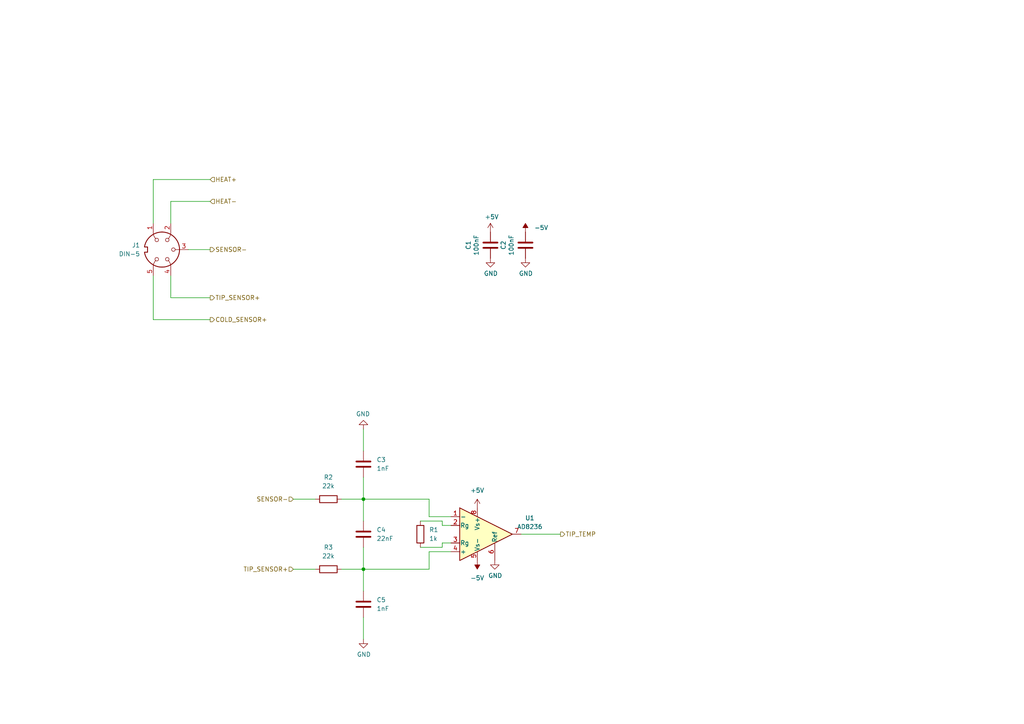
<source format=kicad_sch>
(kicad_sch (version 20211123) (generator eeschema)
  (paper "A4")
  (lib_symbols
    (symbol "Amplifier_Instrumentation:AD8236" (pin_names (offset 0.127))
      (property "Reference" "U" (at 3.81 7.62 0))
      (property "Value" "AD8236" (at 3.81 5.08 0))
      (symbol "AD8236_0_1"
        (polyline (pts (xy -7.62 7.62) (xy -7.62 -7.62) (xy 7.62 0) (xy -7.62 7.62)) (stroke (width 0.254)) (fill (type background)))
      )
      (symbol "AD8236_1_1"
        (pin input line (at -10.16 5.08 0) (length 2.54) (name "-") (number "1"))
        (pin passive line (at -10.16 2.54 0) (length 2.54) (name "Rg") (number "2"))
        (pin passive line (at -10.16 -2.54 0) (length 2.54) (name "Rg") (number "3"))
        (pin input line (at -10.16 -5.08 0) (length 2.54) (name "+") (number "4"))
        (pin power_in line (at -2.54 -7.62 90) (length 2.54) (name "Vs-") (number "5"))
        (pin passive line (at 2.54 -7.62 90) (length 5.08) (name "Ref") (number "6"))
        (pin output line (at 10.16 0 180) (length 2.54) (name "~") (number "7"))
        (pin power_in line (at -2.54 7.62 270) (length 2.54) (name "Vs+") (number "8"))
      )
    )
    (symbol "Connector:DIN-5" (pin_names (offset 1.016))
      (property "Reference" "J" (at 3.175 5.715 0))
      (property "Value" "DIN-5" (at 0 -6.35 0))
      (symbol "DIN-5_0_1"
        (arc (start -5.08 0) (mid -3.8597 -3.3379) (end -0.762 -5.08) (stroke (width 0.254)))
        (circle (center -2.794 -1.524) (radius 0.508))
        (circle (center -2.794 1.524) (radius 0.508))
        (polyline (pts (xy 0 5.08) (xy 0 3.81)))
        (polyline (pts (xy -5.08 -2.54) (xy -4.318 -2.54) (xy -3.175 -1.905)))
        (polyline (pts (xy -5.08 2.54) (xy -4.318 2.54) (xy -3.175 1.905)))
        (polyline (pts (xy 5.08 -2.54) (xy 4.318 -2.54) (xy 3.175 -1.905)))
        (polyline (pts (xy 5.08 2.54) (xy 4.318 2.54) (xy 3.175 1.905)))
        (polyline (pts (xy -0.762 -4.953) (xy -0.762 -4.191) (xy 0.762 -4.191) (xy 0.762 -4.953)) (stroke (width 0.254)))
        (circle (center 0 3.302) (radius 0.508))
        (arc (start 0.762 -5.08) (mid 3.8673 -3.3444) (end 5.08 0) (stroke (width 0.254)))
        (circle (center 2.794 -1.524) (radius 0.508))
        (circle (center 2.794 1.524) (radius 0.508))
        (arc (start 5.08 0) (mid 0 5.08) (end -5.08 0) (stroke (width 0.254)))
      )
      (symbol "DIN-5_1_1"
        (pin passive line (at -7.62 -2.54 0) (length 2.54) (name "~") (number "1"))
        (pin passive line (at -7.62 2.54 0) (length 2.54) (name "~") (number "2"))
        (pin passive line (at 0 7.62 270) (length 2.54) (name "~") (number "3"))
        (pin passive line (at 7.62 2.54 180) (length 2.54) (name "~") (number "4"))
        (pin passive line (at 7.62 -2.54 180) (length 2.54) (name "~") (number "5"))
      )
    )
    (symbol "Device:C" (pin_numbers hide) (pin_names (offset 0.254))
      (property "Reference" "C" (at 0.635 2.54 0))
      (property "Value" "C" (at 0.635 -2.54 0))
      (symbol "C_0_1"
        (polyline (pts (xy -2.032 -0.762) (xy 2.032 -0.762)) (stroke (width 0.508)))
        (polyline (pts (xy -2.032 0.762) (xy 2.032 0.762)) (stroke (width 0.508)))
      )
      (symbol "C_1_1"
        (pin passive line (at 0 3.81 270) (length 2.794) (name "~") (number "1"))
        (pin passive line (at 0 -3.81 90) (length 2.794) (name "~") (number "2"))
      )
    )
    (symbol "Device:R" (pin_numbers hide) (pin_names (offset 0))
      (property "Reference" "R" (at 2.032 0 90))
      (property "Value" "R" (at 0 0 90))
      (symbol "R_0_1"
        (rectangle (start -1.016 -2.54) (end 1.016 2.54) (stroke (width 0.254)))
      )
      (symbol "R_1_1"
        (pin passive line (at 0 3.81 270) (length 1.27) (name "~") (number "1"))
        (pin passive line (at 0 -3.81 90) (length 1.27) (name "~") (number "2"))
      )
    )
    (symbol "power:+5V" (power) (pin_names (offset 0))
      (property "Value" "+5V" (at 0 3.556 0))
      (symbol "+5V_0_1"
        (polyline (pts (xy -0.762 1.27) (xy 0 2.54)))
        (polyline (pts (xy 0 0) (xy 0 2.54)))
        (polyline (pts (xy 0 2.54) (xy 0.762 1.27)))
      )
      (symbol "+5V_1_1"
        (pin power_in line (at 0 0 90) (length 0) hide (name "+5V") (number "1"))
      )
    )
    (symbol "power:-5V" (power) (pin_names (offset 0))
      (property "Value" "-5V" (at 0 3.81 0))
      (symbol "-5V_0_0"
        (pin power_in line (at 0 0 90) (length 0) hide (name "-5V") (number "1"))
      )
      (symbol "-5V_0_1"
        (polyline (pts (xy 0 0) (xy 0 1.27) (xy 0.762 1.27) (xy 0 2.54) (xy -0.762 1.27) (xy 0 1.27)) (fill (type outline)))
      )
    )
    (symbol "power:GND" (power) (pin_names (offset 0))
      (property "Value" "GND" (at 0 -3.81 0))
      (symbol "GND_0_1"
        (polyline (pts (xy 0 0) (xy 0 -1.27) (xy 1.27 -1.27) (xy 0 -2.54) (xy -1.27 -1.27) (xy 0 -1.27)))
      )
      (symbol "GND_1_1"
        (pin power_in line (at 0 0 270) (length 0) hide (name "GND") (number "1"))
      )
    )
  )
  (junction (at 105.41 165.1))
  (junction (at 105.41 144.78))
  (wire (pts (xy 105.41 144.78) (xy 105.41 138.43)))
  (wire (pts (xy 49.53 86.36) (xy 49.53 80.01)))
  (wire (pts (xy 121.92 158.75) (xy 128.27 158.75)))
  (wire (pts (xy 60.96 86.36) (xy 49.53 86.36)))
  (wire (pts (xy 130.81 160.02) (xy 124.46 160.02)))
  (wire (pts (xy 128.27 152.4) (xy 130.81 152.4)))
  (wire (pts (xy 60.96 92.71) (xy 44.45 92.71)))
  (wire (pts (xy 60.96 52.07) (xy 44.45 52.07)))
  (wire (pts (xy 128.27 157.48) (xy 128.27 158.75)))
  (wire (pts (xy 44.45 92.71) (xy 44.45 80.01)))
  (wire (pts (xy 105.41 124.46) (xy 105.41 130.81)))
  (wire (pts (xy 128.27 157.48) (xy 130.81 157.48)))
  (wire (pts (xy 99.06 165.1) (xy 105.41 165.1)))
  (wire (pts (xy 49.53 64.77) (xy 49.53 58.42)))
  (wire (pts (xy 54.61 72.39) (xy 60.96 72.39)))
  (wire (pts (xy 105.41 165.1) (xy 105.41 158.75)))
  (wire (pts (xy 105.41 144.78) (xy 124.46 144.78)))
  (wire (pts (xy 151.13 154.94) (xy 162.56 154.94)))
  (wire (pts (xy 99.06 144.78) (xy 105.41 144.78)))
  (wire (pts (xy 105.41 165.1) (xy 105.41 171.45)))
  (wire (pts (xy 44.45 52.07) (xy 44.45 64.77)))
  (wire (pts (xy 85.09 165.1) (xy 91.44 165.1)))
  (wire (pts (xy 105.41 165.1) (xy 124.46 165.1)))
  (wire (pts (xy 124.46 149.86) (xy 130.81 149.86)))
  (wire (pts (xy 124.46 144.78) (xy 124.46 149.86)))
  (wire (pts (xy 49.53 58.42) (xy 60.96 58.42)))
  (wire (pts (xy 105.41 179.07) (xy 105.41 185.42)))
  (wire (pts (xy 124.46 160.02) (xy 124.46 165.1)))
  (wire (pts (xy 85.09 144.78) (xy 91.44 144.78)))
  (wire (pts (xy 128.27 151.13) (xy 128.27 152.4)))
  (wire (pts (xy 105.41 144.78) (xy 105.41 151.13)))
  (wire (pts (xy 121.92 151.13) (xy 128.27 151.13)))
  (hierarchical_label "SENSOR-" (shape output) (at 60.96 72.39 0))
  (hierarchical_label "HEAT+" (shape input) (at 60.96 52.07 0))
  (hierarchical_label "COLD_SENSOR+" (shape output) (at 60.96 92.71 0))
  (hierarchical_label "HEAT-" (shape input) (at 60.96 58.42 0))
  (hierarchical_label "SENSOR-" (shape input) (at 85.09 144.78 180))
  (hierarchical_label "TIP_SENSOR+" (shape output) (at 60.96 86.36 0))
  (hierarchical_label "TIP_SENSOR+" (shape input) (at 85.09 165.1 180))
  (hierarchical_label "TIP_TEMP" (shape output) (at 162.56 154.94 0))
  (symbol (lib_id "Device:C") (at 142.24 71.12 0) (unit 1)
    (property "Reference" "C1" (at 135.8392 71.12 90))
    (property "Value" "100nF" (at 138.1506 71.12 90))
    (property "Footprint" "Capacitor_SMD:C_0805_2012Metric" (effects hide))
  )
  (symbol (lib_id "power:+5V") (at 142.24 67.31 0) (unit 1)
    (property "Reference" "#PWR0101" (effects hide))
    (property "Value" "+5V" (at 142.621 62.9158 0))
  )
  (symbol (lib_id "power:GND") (at 142.24 74.93 0) (unit 1)
    (property "Reference" "#PWR0103" (effects hide))
    (property "Value" "GND" (at 142.367 79.3242 0))
  )
  (symbol (lib_id "Amplifier_Instrumentation:AD8236") (at 140.97 154.94 0) (unit 1)
    (property "Reference" "U1" (at 153.67 150.241 0))
    (property "Value" "AD8236" (at 153.67 152.781 0))
    (property "Footprint" "Package_SO:MSOP-8_3x3mm_P0.65mm" (effects hide))
    (property "Datasheet" "https://www.analog.com/media/en/technical-documentation/data-sheets/AD8236.pdf" (effects hide))
  )
  (symbol (lib_id "Device:C") (at 105.41 154.94 0) (unit 1)
    (property "Reference" "C4" (at 109.22 153.6699 0) (effects (justify left)))
    (property "Value" "22nF" (at 109.22 156.2099 0) (effects (justify left)))
    (property "Footprint" "Capacitor_SMD:C_0603_1608Metric" (effects hide))
  )
  (symbol (lib_id "power:+5V") (at 138.43 147.32 0) (unit 1)
    (property "Reference" "#PWR0104" (effects hide))
    (property "Value" "+5V" (at 138.43 142.24 0))
  )
  (symbol (lib_id "power:-5V") (at 138.43 162.56 180) (unit 1)
    (property "Reference" "#PWR0105" (effects hide))
    (property "Value" "-5V" (at 138.43 167.64 0))
  )
  (symbol (lib_id "Device:R") (at 121.92 154.94 0) (unit 1)
    (property "Reference" "R1" (at 124.46 153.6699 0) (effects (justify left)))
    (property "Value" "1k" (at 124.46 156.2099 0) (effects (justify left)))
    (property "Footprint" "Resistor_SMD:R_0603_1608Metric" (effects hide))
  )
  (symbol (lib_id "power:GND") (at 143.51 162.56 0) (unit 1)
    (property "Reference" "#PWR0106" (effects hide))
    (property "Value" "GND" (at 143.637 166.9542 0))
  )
  (symbol (lib_id "power:GND") (at 105.41 124.46 180) (unit 1)
    (property "Reference" "#PWR0109" (effects hide))
    (property "Value" "GND" (at 105.283 120.0658 0))
  )
  (symbol (lib_id "power:GND") (at 152.4 74.93 0) (unit 1)
    (property "Reference" "#PWR0107" (effects hide))
    (property "Value" "GND" (at 152.527 79.3242 0))
  )
  (symbol (lib_id "Device:R") (at 95.25 165.1 90) (unit 1)
    (property "Reference" "R3" (at 95.25 158.75 90))
    (property "Value" "22k" (at 95.25 161.29 90))
    (property "Footprint" "Resistor_SMD:R_0603_1608Metric" (effects hide))
  )
  (symbol (lib_id "power:-5V") (at 152.4 67.31 0) (unit 1)
    (property "Reference" "#PWR0108" (effects hide))
    (property "Value" "-5V" (at 154.94 66.0399 0) (effects (justify left)))
  )
  (symbol (lib_id "power:GND") (at 105.41 185.42 0) (unit 1)
    (property "Reference" "#PWR0102" (effects hide))
    (property "Value" "GND" (at 105.537 189.8142 0))
  )
  (symbol (lib_id "Device:C") (at 152.4 71.12 0) (unit 1)
    (property "Reference" "C2" (at 145.9992 71.12 90))
    (property "Value" "100nF" (at 148.3106 71.12 90))
    (property "Footprint" "Capacitor_SMD:C_0805_2012Metric" (effects hide))
  )
  (symbol (lib_id "Connector:DIN-5") (at 46.99 72.39 270) (unit 1)
    (property "Reference" "J1" (at 40.64 71.12 90) (effects (justify right)))
    (property "Value" "DIN-5" (at 40.64 73.66 90) (effects (justify right)))
    (property "Footprint" "Connector_PinHeader_2.54mm:PinHeader_1x05_P2.54mm_Vertical" (effects hide))
    (property "Datasheet" "http://www.mouser.com/ds/2/18/40_c091_abd_e-75918.pdf" (effects hide))
  )
  (symbol (lib_id "Device:C") (at 105.41 134.62 0) (unit 1)
    (property "Reference" "C3" (at 109.22 133.3499 0) (effects (justify left)))
    (property "Value" "1nF" (at 109.22 135.8899 0) (effects (justify left)))
    (property "Footprint" "Capacitor_SMD:C_0603_1608Metric" (effects hide))
  )
  (symbol (lib_id "Device:R") (at 95.25 144.78 90) (unit 1)
    (property "Reference" "R2" (at 95.25 138.43 90))
    (property "Value" "22k" (at 95.25 140.97 90))
    (property "Footprint" "Resistor_SMD:R_0603_1608Metric" (effects hide))
  )
  (symbol (lib_id "Device:C") (at 105.41 175.26 0) (unit 1)
    (property "Reference" "C5" (at 109.22 173.9899 0) (effects (justify left)))
    (property "Value" "1nF" (at 109.22 176.5299 0) (effects (justify left)))
    (property "Footprint" "Capacitor_SMD:C_0603_1608Metric" (effects hide))
  )
)
</source>
